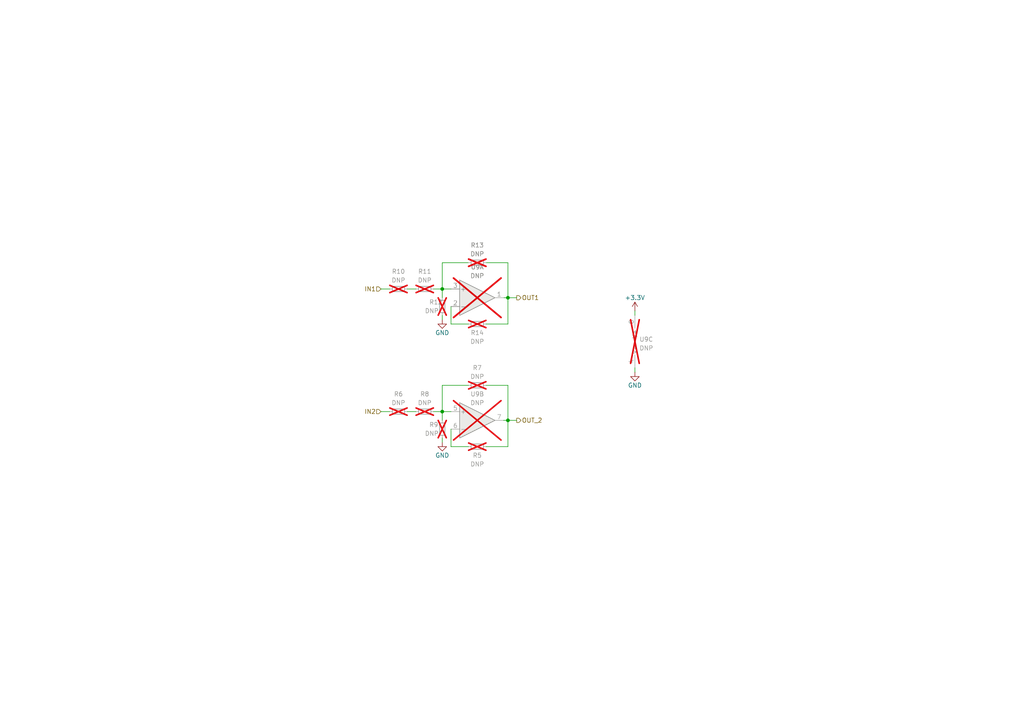
<source format=kicad_sch>
(kicad_sch (version 20230121) (generator eeschema)
  (paper "A4")
  (title_block (title "Additional inputs") (date "2023-02-24") (rev "${REVISION}") (company "Author: Szymon Kostrubiec") (comment 1 "Reviewer:"))
  (lib_symbols
    (symbol "Amplifier_Operational:TLV9062" (pin_names (offset 0.127))
      (property "Reference" "U" (at 0 5.08 0))
      (property "Value" "TLV9062" (at 0 -5.08 0))
      (symbol "TLV9062_1_1"
        (polyline (pts (xy -5.08 5.08) (xy 5.08 0) (xy -5.08 -5.08) (xy -5.08 5.08)) (stroke (width 0.254)) (fill (type background)))
        (pin output line (at 7.62 0 180) (length 2.54) (name "~") (number "1"))
        (pin input line (at -7.62 -2.54 0) (length 2.54) (name "-") (number "2"))
        (pin input line (at -7.62 2.54 0) (length 2.54) (name "+") (number "3"))
      )
      (symbol "TLV9062_2_1"
        (polyline (pts (xy -5.08 5.08) (xy 5.08 0) (xy -5.08 -5.08) (xy -5.08 5.08)) (stroke (width 0.254)) (fill (type background)))
        (pin input line (at -7.62 2.54 0) (length 2.54) (name "+") (number "5"))
        (pin input line (at -7.62 -2.54 0) (length 2.54) (name "-") (number "6"))
        (pin output line (at 7.62 0 180) (length 2.54) (name "~") (number "7"))
      )
      (symbol "TLV9062_3_1"
        (pin power_in line (at -2.54 -7.62 90) (length 3.81) (name "V-") (number "4"))
        (pin power_in line (at -2.54 7.62 270) (length 3.81) (name "V+") (number "8"))
      )
    )
    (symbol "Device:R_Small" (pin_numbers hide) (pin_names (offset 0.254) hide)
      (property "Reference" "R" (at 0.762 0.508 0))
      (property "Value" "R_Small" (at 0.762 -1.016 0))
      (symbol "R_Small_0_1"
        (rectangle (start -0.762 1.778) (end 0.762 -1.778) (stroke (width 0.2032)))
      )
      (symbol "R_Small_1_1"
        (pin passive line (at 0 2.54 270) (length 0.762) (name "~") (number "1"))
        (pin passive line (at 0 -2.54 90) (length 0.762) (name "~") (number "2"))
      )
    )
    (symbol "power:+3.3V" (power) (pin_names (offset 0))
      (property "Value" "+3.3V" (at 0 3.556 0))
      (symbol "+3.3V_0_1"
        (polyline (pts (xy -0.762 1.27) (xy 0 2.54)))
        (polyline (pts (xy 0 0) (xy 0 2.54)))
        (polyline (pts (xy 0 2.54) (xy 0.762 1.27)))
      )
      (symbol "+3.3V_1_1"
        (pin power_in line (at 0 0 90) (length 0) hide (name "+3.3V") (number "1"))
      )
    )
    (symbol "power:GND" (power) (pin_names (offset 0))
      (property "Value" "GND" (at 0 -3.81 0))
      (symbol "GND_0_1"
        (polyline (pts (xy 0 0) (xy 0 -1.27) (xy 1.27 -1.27) (xy 0 -2.54) (xy -1.27 -1.27) (xy 0 -1.27)))
      )
      (symbol "GND_1_1"
        (pin power_in line (at 0 0 270) (length 0) hide (name "GND") (number "1"))
      )
    )
  )
  (junction (at 147.32 86.36))
  (junction (at 128.27 119.38))
  (junction (at 147.32 121.92))
  (junction (at 128.27 83.82))
  (wire (pts (xy 147.32 129.54) (xy 147.32 121.92)))
  (wire (pts (xy 125.73 83.82) (xy 128.27 83.82)))
  (wire (pts (xy 135.89 111.76) (xy 128.27 111.76)))
  (wire (pts (xy 128.27 119.38) (xy 130.81 119.38)))
  (wire (pts (xy 147.32 86.36) (xy 147.32 76.2)))
  (wire (pts (xy 130.81 88.9) (xy 130.81 93.98)))
  (wire (pts (xy 147.32 121.92) (xy 147.32 111.76)))
  (wire (pts (xy 147.32 121.92) (xy 149.86 121.92)))
  (wire (pts (xy 146.05 121.92) (xy 147.32 121.92)))
  (wire (pts (xy 147.32 86.36) (xy 149.86 86.36)))
  (wire (pts (xy 146.05 86.36) (xy 147.32 86.36)))
  (wire (pts (xy 128.27 111.76) (xy 128.27 119.38)))
  (wire (pts (xy 128.27 83.82) (xy 128.27 86.36)))
  (wire (pts (xy 128.27 127) (xy 128.27 128.27)))
  (wire (pts (xy 184.15 106.68) (xy 184.15 107.95)))
  (wire (pts (xy 147.32 76.2) (xy 140.97 76.2)))
  (wire (pts (xy 130.81 129.54) (xy 130.81 124.46)))
  (wire (pts (xy 184.15 90.17) (xy 184.15 91.44)))
  (wire (pts (xy 135.89 129.54) (xy 130.81 129.54)))
  (wire (pts (xy 118.11 119.38) (xy 120.65 119.38)))
  (wire (pts (xy 128.27 83.82) (xy 130.81 83.82)))
  (wire (pts (xy 135.89 76.2) (xy 128.27 76.2)))
  (wire (pts (xy 147.32 111.76) (xy 140.97 111.76)))
  (wire (pts (xy 135.89 93.98) (xy 130.81 93.98)))
  (wire (pts (xy 118.11 83.82) (xy 120.65 83.82)))
  (wire (pts (xy 140.97 129.54) (xy 147.32 129.54)))
  (wire (pts (xy 128.27 91.44) (xy 128.27 92.71)))
  (wire (pts (xy 110.49 119.38) (xy 113.03 119.38)))
  (wire (pts (xy 140.97 93.98) (xy 147.32 93.98)))
  (wire (pts (xy 128.27 119.38) (xy 128.27 121.92)))
  (wire (pts (xy 110.49 83.82) (xy 113.03 83.82)))
  (wire (pts (xy 125.73 119.38) (xy 128.27 119.38)))
  (wire (pts (xy 128.27 76.2) (xy 128.27 83.82)))
  (wire (pts (xy 147.32 93.98) (xy 147.32 86.36)))
  (hierarchical_label "OUT1" (shape output) (at 149.86 86.36 0))
  (hierarchical_label "IN2" (shape input) (at 110.49 119.38 180))
  (hierarchical_label "OUT_2" (shape output) (at 149.86 121.92 0))
  (hierarchical_label "IN1" (shape input) (at 110.49 83.82 180))
  (symbol (lib_id "Device:R_Small") (at 138.43 93.98 90) (mirror x) (unit 1) (in_bom no) (dnp yes)
    (property "Reference" "R14" (at 138.43 96.52 90))
    (property "Value" "DNP" (at 138.43 99.06 90))
  )
  (symbol (lib_id "Device:R_Small") (at 138.43 129.54 90) (mirror x) (unit 1) (in_bom no) (dnp yes)
    (property "Reference" "R5" (at 138.43 132.08 90))
    (property "Value" "DNP" (at 138.43 134.62 90))
  )
  (symbol (lib_id "Device:R_Small") (at 123.19 83.82 90) (unit 1) (in_bom no) (dnp yes)
    (property "Reference" "R11" (at 123.19 78.74 90))
    (property "Value" "DNP" (at 123.19 81.28 90))
  )
  (symbol (lib_id "Device:R_Small") (at 128.27 124.46 0) (unit 1) (in_bom no) (dnp yes)
    (property "Reference" "R9" (at 124.46 123.19 0) (effects (justify left)))
    (property "Value" "DNP" (at 123.19 125.73 0) (effects (justify left)))
  )
  (symbol (lib_id "Device:R_Small") (at 128.27 88.9 0) (unit 1) (in_bom no) (dnp yes)
    (property "Reference" "R12" (at 124.46 87.63 0) (effects (justify left)))
    (property "Value" "DNP" (at 123.19 90.17 0) (effects (justify left)))
  )
  (symbol (lib_id "power:GND") (at 128.27 128.27 0) (unit 1)
    (property "Reference" "#PWR058" (effects hide))
    (property "Value" "GND" (at 128.27 132.08 0))
  )
  (symbol (lib_id "Device:R_Small") (at 123.19 119.38 90) (unit 1) (in_bom no) (dnp yes)
    (property "Reference" "R8" (at 123.19 114.3 90))
    (property "Value" "DNP" (at 123.19 116.84 90))
  )
  (symbol (lib_id "Device:R_Small") (at 115.57 83.82 90) (unit 1) (in_bom no) (dnp yes)
    (property "Reference" "R10" (at 115.57 78.74 90))
    (property "Value" "DNP" (at 115.57 81.28 90))
  )
  (symbol (lib_id "Amplifier_Operational:TLV9062") (at 138.43 121.92 0) (unit 2) (in_bom no) (dnp yes)
    (property "Reference" "U9" (at 138.43 114.3 0))
    (property "Value" "DNP" (at 138.43 116.84 0))
    (property "Datasheet" "https://www.ti.com/lit/ds/symlink/tlv9151.pdf?HQS=dis-mous-null-mousermode-dsf-pf-null-wwe&ts=1677335283651&ref_url=https%253A%252F%252Fwww.mouser.pl%252F" (effects hide))
  )
  (symbol (lib_id "Device:R_Small") (at 138.43 111.76 270) (unit 1) (in_bom no) (dnp yes)
    (property "Reference" "R7" (at 138.43 106.68 90))
    (property "Value" "DNP" (at 138.43 109.22 90))
  )
  (symbol (lib_id "Amplifier_Operational:TLV9062") (at 186.69 99.06 0) (unit 3) (in_bom no) (dnp yes)
    (property "Reference" "U9" (at 185.42 98.425 0) (effects (justify left)))
    (property "Value" "DNP" (at 185.42 100.965 0) (effects (justify left)))
    (property "Datasheet" "https://www.ti.com/lit/ds/symlink/tlv9151.pdf?HQS=dis-mous-null-mousermode-dsf-pf-null-wwe&ts=1677335283651&ref_url=https%253A%252F%252Fwww.mouser.pl%252F" (effects hide))
  )
  (symbol (lib_id "power:GND") (at 128.27 92.71 0) (unit 1)
    (property "Reference" "#PWR059" (effects hide))
    (property "Value" "GND" (at 128.27 96.52 0))
  )
  (symbol (lib_id "Amplifier_Operational:TLV9062") (at 138.43 86.36 0) (unit 1) (in_bom no) (dnp yes)
    (property "Reference" "U9" (at 138.43 77.47 0))
    (property "Value" "DNP" (at 138.43 80.01 0))
    (property "Datasheet" "https://www.ti.com/lit/ds/symlink/tlv9151.pdf?HQS=dis-mous-null-mousermode-dsf-pf-null-wwe&ts=1677335283651&ref_url=https%253A%252F%252Fwww.mouser.pl%252F" (effects hide))
  )
  (symbol (lib_id "power:+3.3V") (at 184.15 90.17 0) (unit 1)
    (property "Reference" "#PWR056" (effects hide))
    (property "Value" "+3.3V" (at 184.15 86.36 0))
  )
  (symbol (lib_id "Device:R_Small") (at 138.43 76.2 270) (unit 1) (in_bom no) (dnp yes)
    (property "Reference" "R13" (at 138.43 71.12 90))
    (property "Value" "DNP" (at 138.43 73.66 90))
  )
  (symbol (lib_id "power:GND") (at 184.15 107.95 0) (unit 1)
    (property "Reference" "#PWR057" (effects hide))
    (property "Value" "GND" (at 184.15 111.76 0))
  )
  (symbol (lib_id "Device:R_Small") (at 115.57 119.38 90) (unit 1) (in_bom no) (dnp yes)
    (property "Reference" "R6" (at 115.57 114.3 90))
    (property "Value" "DNP" (at 115.57 116.84 90))
  )
)
</source>
